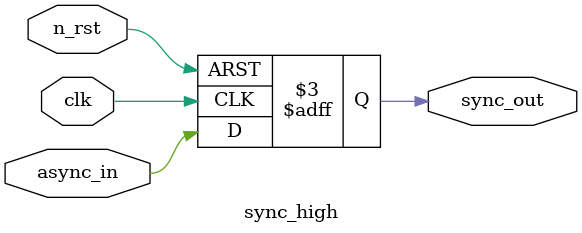
<source format=sv>

module sync_high (
    clk, 
    n_rst,
    async_in,
    sync_out,
);
    input logic clk, n_rst, async_in;
    output logic sync_out;
    always_ff @ (posedge clk, negedge n_rst) begin
        if (n_rst == 1'b0) sync_out <= 1'b1;
        else sync_out <= async_in;
    end
endmodule
</source>
